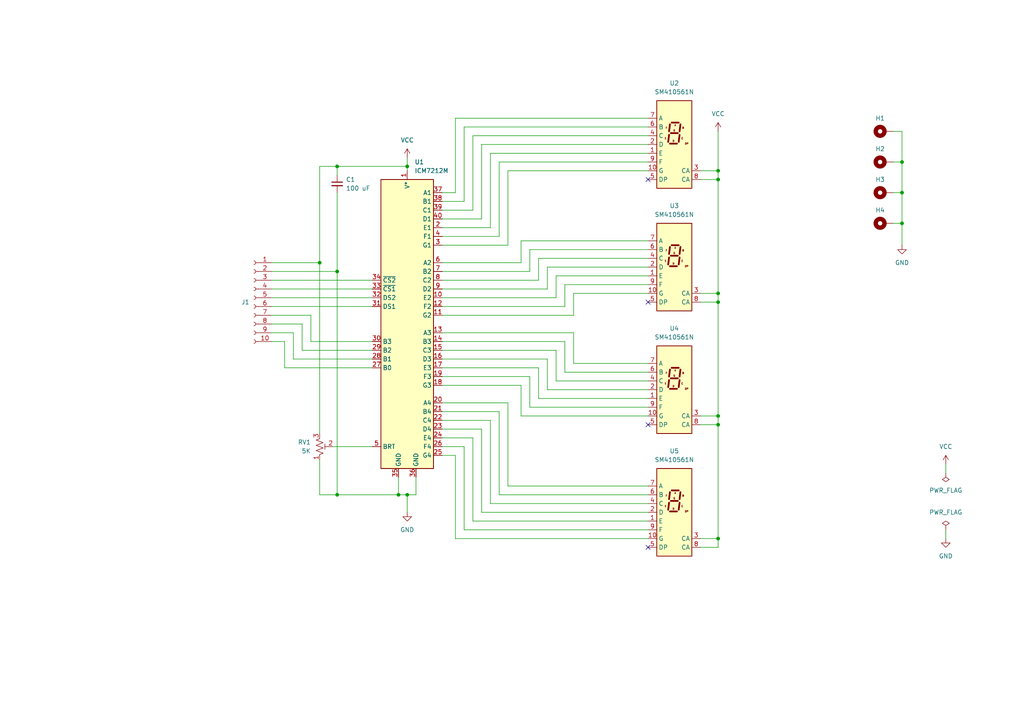
<source format=kicad_sch>
(kicad_sch (version 20250114) (generator "eeschema") (generator_version "9.0")
  (paper "A4")
  (title_block (title "ICM7212M Display Module") (date "2025-06-19") (rev "1"))
  (lib_symbols
    (symbol "Connector:Conn_01x10_Socket" (pin_names (offset 1.016) (hide yes))
      (property "Reference" "J" (at 0 12.7 0))
      (property "Value" "Conn_01x10_Socket" (at 0 -15.24 0))
      (symbol "Conn_01x10_Socket_1_1"
        (polyline (pts (xy -1.27 10.16) (xy -0.508 10.16)) (stroke (width 0.1524)))
        (polyline (pts (xy -1.27 7.62) (xy -0.508 7.62)) (stroke (width 0.1524)))
        (polyline (pts (xy -1.27 5.08) (xy -0.508 5.08)) (stroke (width 0.1524)))
        (polyline (pts (xy -1.27 2.54) (xy -0.508 2.54)) (stroke (width 0.1524)))
        (polyline (pts (xy -1.27 0) (xy -0.508 0)) (stroke (width 0.1524)))
        (polyline (pts (xy -1.27 -2.54) (xy -0.508 -2.54)) (stroke (width 0.1524)))
        (polyline (pts (xy -1.27 -5.08) (xy -0.508 -5.08)) (stroke (width 0.1524)))
        (polyline (pts (xy -1.27 -7.62) (xy -0.508 -7.62)) (stroke (width 0.1524)))
        (polyline (pts (xy -1.27 -10.16) (xy -0.508 -10.16)) (stroke (width 0.1524)))
        (polyline (pts (xy -1.27 -12.7) (xy -0.508 -12.7)) (stroke (width 0.1524)))
        (arc (start 0 9.652) (mid -0.5058 10.16) (end 0 10.668) (stroke (width 0.1524)))
        (arc (start 0 7.112) (mid -0.5058 7.62) (end 0 8.128) (stroke (width 0.1524)))
        (arc (start 0 4.572) (mid -0.5058 5.08) (end 0 5.588) (stroke (width 0.1524)))
        (arc (start 0 2.032) (mid -0.5058 2.54) (end 0 3.048) (stroke (width 0.1524)))
        (arc (start 0 -0.508) (mid -0.5058 0) (end 0 0.508) (stroke (width 0.1524)))
        (arc (start 0 -3.048) (mid -0.5058 -2.54) (end 0 -2.032) (stroke (width 0.1524)))
        (arc (start 0 -5.588) (mid -0.5058 -5.08) (end 0 -4.572) (stroke (width 0.1524)))
        (arc (start 0 -8.128) (mid -0.5058 -7.62) (end 0 -7.112) (stroke (width 0.1524)))
        (arc (start 0 -10.668) (mid -0.5058 -10.16) (end 0 -9.652) (stroke (width 0.1524)))
        (arc (start 0 -13.208) (mid -0.5058 -12.7) (end 0 -12.192) (stroke (width 0.1524)))
        (pin passive line (at -5.08 10.16 0) (length 3.81) (name "Pin_1") (number "1"))
        (pin passive line (at -5.08 7.62 0) (length 3.81) (name "Pin_2") (number "2"))
        (pin passive line (at -5.08 5.08 0) (length 3.81) (name "Pin_3") (number "3"))
        (pin passive line (at -5.08 2.54 0) (length 3.81) (name "Pin_4") (number "4"))
        (pin passive line (at -5.08 0 0) (length 3.81) (name "Pin_5") (number "5"))
        (pin passive line (at -5.08 -2.54 0) (length 3.81) (name "Pin_6") (number "6"))
        (pin passive line (at -5.08 -5.08 0) (length 3.81) (name "Pin_7") (number "7"))
        (pin passive line (at -5.08 -7.62 0) (length 3.81) (name "Pin_8") (number "8"))
        (pin passive line (at -5.08 -10.16 0) (length 3.81) (name "Pin_9") (number "9"))
        (pin passive line (at -5.08 -12.7 0) (length 3.81) (name "Pin_10") (number "10"))
      )
    )
    (symbol "Device:C_Small" (pin_numbers (hide yes)) (pin_names (offset 0.254) (hide yes))
      (property "Reference" "C" (at 0.254 1.778 0))
      (property "Value" "C_Small" (at 0.254 -2.032 0))
      (symbol "C_Small_0_1"
        (polyline (pts (xy -1.524 0.508) (xy 1.524 0.508)) (stroke (width 0.3048)))
        (polyline (pts (xy -1.524 -0.508) (xy 1.524 -0.508)) (stroke (width 0.3302)))
      )
      (symbol "C_Small_1_1"
        (pin passive line (at 0 2.54 270) (length 2.032) (name "~") (number "1"))
        (pin passive line (at 0 -2.54 90) (length 2.032) (name "~") (number "2"))
      )
    )
    (symbol "Device:R_Potentiometer_Trim_US" (pin_names (offset 1.016) (hide yes))
      (property "Reference" "RV" (at -4.445 0 90))
      (property "Value" "R_Potentiometer_Trim_US" (at -2.54 0 90))
      (symbol "R_Potentiometer_Trim_US_0_1"
        (polyline (pts (xy 0 2.286) (xy 0 2.54)))
        (polyline (pts (xy 0 2.286) (xy 1.016 1.905) (xy 0 1.524) (xy -1.016 1.143) (xy 0 0.762)))
        (polyline (pts (xy 0 0.762) (xy 1.016 0.381) (xy 0 0) (xy -1.016 -0.381) (xy 0 -0.762)))
        (polyline (pts (xy 0 -0.762) (xy 1.016 -1.143) (xy 0 -1.524) (xy -1.016 -1.905) (xy 0 -2.286)))
        (polyline (pts (xy 0 -2.286) (xy 0 -2.54)))
        (polyline (pts (xy 1.524 0.762) (xy 1.524 -0.762)))
        (polyline (pts (xy 2.54 0) (xy 1.524 0)))
      )
      (symbol "R_Potentiometer_Trim_US_1_1"
        (pin passive line (at 0 3.81 270) (length 1.27) (name "1") (number "1"))
        (pin passive line (at 0 -3.81 90) (length 1.27) (name "3") (number "3"))
        (pin passive line (at 3.81 0 180) (length 1.27) (name "2") (number "2"))
      )
    )
    (symbol "Mechanical:MountingHole_Pad" (pin_numbers (hide yes)) (pin_names (offset 1.016) (hide yes)) (in_bom no)
      (property "Reference" "H" (at 0 6.35 0))
      (property "Value" "MountingHole_Pad" (at 0 4.445 0))
      (symbol "MountingHole_Pad_0_1"
        (circle (center 0 1.27) (radius 1.27) (stroke (width 1.27)))
      )
      (symbol "MountingHole_Pad_1_1"
        (pin input line (at 0 -2.54 90) (length 2.54) (name "1") (number "1"))
      )
    )
    (symbol "icm7212m-display:ICM7212M"
      (property "Reference" "U" (at 2.032 48.26 0))
      (property "Value" "ICM7212M" (at 2.032 45.72 0))
      (symbol "ICM7212M_0_1"
        (rectangle (start -7.62 41.91) (end 7.62 -41.91) (stroke (width 0.254)) (fill (type background)))
      )
      (symbol "ICM7212M_1_0"
        (pin input line (at -10.16 12.7 0) (length 2.54) (name "~{CS2}") (number "34"))
        (pin input line (at -10.16 10.16 0) (length 2.54) (name "~{CS1}") (number "33"))
        (pin input line (at -10.16 7.62 0) (length 2.54) (name "DS2") (number "32"))
        (pin input line (at -10.16 5.08 0) (length 2.54) (name "DS1") (number "31"))
        (pin input line (at -10.16 -5.08 0) (length 2.54) (name "B3") (number "30"))
        (pin input line (at -10.16 -7.62 0) (length 2.54) (name "B2") (number "29"))
        (pin input line (at -10.16 -10.16 0) (length 2.54) (name "B1") (number "28"))
        (pin input line (at -10.16 -12.7 0) (length 2.54) (name "B0") (number "27"))
        (pin input line (at -10.16 -35.56 0) (length 2.54) (name "BRT") (number "5"))
        (pin power_in line (at -2.54 -44.45 90) (length 2.54) (name "GND") (number "35"))
        (pin output line (at 10.16 38.1 180) (length 2.54) (name "A1") (number "37"))
        (pin output line (at 10.16 35.56 180) (length 2.54) (name "B1") (number "38"))
        (pin output line (at 10.16 33.02 180) (length 2.54) (name "C1") (number "39"))
        (pin output line (at 10.16 30.48 180) (length 2.54) (name "D1") (number "40"))
        (pin output line (at 10.16 27.94 180) (length 2.54) (name "E1") (number "2"))
        (pin output line (at 10.16 25.4 180) (length 2.54) (name "F1") (number "4"))
        (pin output line (at 10.16 22.86 180) (length 2.54) (name "G1") (number "3"))
        (pin output line (at 10.16 17.78 180) (length 2.54) (name "A2") (number "6"))
        (pin output line (at 10.16 15.24 180) (length 2.54) (name "B2") (number "7"))
        (pin output line (at 10.16 12.7 180) (length 2.54) (name "C2") (number "8"))
        (pin output line (at 10.16 10.16 180) (length 2.54) (name "D2") (number "9"))
        (pin output line (at 10.16 7.62 180) (length 2.54) (name "E2") (number "10"))
        (pin output line (at 10.16 5.08 180) (length 2.54) (name "F2") (number "12"))
        (pin output line (at 10.16 2.54 180) (length 2.54) (name "G2") (number "11"))
        (pin output line (at 10.16 -2.54 180) (length 2.54) (name "A3") (number "13"))
        (pin output line (at 10.16 -5.08 180) (length 2.54) (name "B3") (number "14"))
        (pin output line (at 10.16 -7.62 180) (length 2.54) (name "C3") (number "15"))
        (pin output line (at 10.16 -10.16 180) (length 2.54) (name "D3") (number "16"))
        (pin output line (at 10.16 -12.7 180) (length 2.54) (name "E3") (number "17"))
        (pin output line (at 10.16 -15.24 180) (length 2.54) (name "F3") (number "19"))
        (pin output line (at 10.16 -17.78 180) (length 2.54) (name "G3") (number "18"))
        (pin output line (at 10.16 -22.86 180) (length 2.54) (name "A4") (number "20"))
        (pin output line (at 10.16 -25.4 180) (length 2.54) (name "B4") (number "21"))
        (pin output line (at 10.16 -27.94 180) (length 2.54) (name "C4") (number "22"))
        (pin output line (at 10.16 -30.48 180) (length 2.54) (name "D4") (number "23"))
        (pin output line (at 10.16 -33.02 180) (length 2.54) (name "E4") (number "24"))
        (pin output line (at 10.16 -35.56 180) (length 2.54) (name "F4") (number "26"))
        (pin output line (at 10.16 -38.1 180) (length 2.54) (name "G4") (number "25"))
      )
      (symbol "ICM7212M_1_1"
        (pin power_in line (at 0 44.45 270) (length 2.54) (name "V*") (number "1"))
        (pin power_in line (at 2.54 -44.45 90) (length 2.54) (name "GND") (number "36"))
      )
    )
    (symbol "icm7212m-display:SM410561N"
      (property "Reference" "U" (at -2.54 13.97 0))
      (property "Value" "SM410561N" (at 1.27 13.97 0))
      (symbol "SM410561N_0_0"
        (text "E" (at -2.54 1.778 0) (effects (font (size 0.508 0.508))))
        (text "F" (at -2.286 4.826 0) (effects (font (size 0.508 0.508))))
        (text "D" (at -0.254 1.016 0) (effects (font (size 0.508 0.508))))
        (text "G" (at 0 4.064 0) (effects (font (size 0.508 0.508))))
        (text "A" (at 0.254 5.588 0) (effects (font (size 0.508 0.508))))
        (text "C" (at 2.286 1.778 0) (effects (font (size 0.508 0.508))))
        (text "B" (at 2.54 4.826 0) (effects (font (size 0.508 0.508))))
        (text "DP" (at 3.556 0.254 0) (effects (font (size 0.508 0.508))))
      )
      (symbol "SM410561N_0_1"
        (rectangle (start -5.08 12.7) (end 5.08 -12.7) (stroke (width 0.254)) (fill (type background)))
        (polyline (pts (xy -1.524 2.794) (xy -1.778 0.762)) (stroke (width 0.508)))
        (polyline (pts (xy -1.27 5.842) (xy -1.524 3.81)) (stroke (width 0.508)))
        (polyline (pts (xy -1.27 0.254) (xy 0.762 0.254)) (stroke (width 0.508)))
        (polyline (pts (xy -1.016 3.302) (xy 1.016 3.302)) (stroke (width 0.508)))
        (polyline (pts (xy -0.762 6.35) (xy 1.27 6.35)) (stroke (width 0.508)))
        (polyline (pts (xy 1.524 2.794) (xy 1.27 0.762)) (stroke (width 0.508)))
        (polyline (pts (xy 1.778 5.842) (xy 1.524 3.81)) (stroke (width 0.508)))
        (polyline (pts (xy 2.54 0.254) (xy 2.54 0.254)) (stroke (width 0.508)))
      )
      (symbol "SM410561N_1_1"
        (pin input line (at -7.62 7.62 0) (length 2.54) (name "A") (number "7"))
        (pin input line (at -7.62 5.08 0) (length 2.54) (name "B") (number "6"))
        (pin input line (at -7.62 2.54 0) (length 2.54) (name "C") (number "4"))
        (pin input line (at -7.62 0 0) (length 2.54) (name "D") (number "2"))
        (pin input line (at -7.62 -2.54 0) (length 2.54) (name "E") (number "1"))
        (pin input line (at -7.62 -5.08 0) (length 2.54) (name "F") (number "9"))
        (pin input line (at -7.62 -7.62 0) (length 2.54) (name "G") (number "10"))
        (pin input line (at -7.62 -10.16 0) (length 2.54) (name "DP") (number "5"))
        (pin input line (at 7.62 -7.62 180) (length 2.54) (name "CA") (number "3"))
        (pin input line (at 7.62 -10.16 180) (length 2.54) (name "CA") (number "8"))
      )
    )
    (symbol "power:GND" (power) (pin_numbers (hide yes)) (pin_names (offset 0) (hide yes))
      (property "Value" "GND" (at 0 -3.81 0))
      (symbol "GND_0_1"
        (polyline (pts (xy 0 0) (xy 0 -1.27) (xy 1.27 -1.27) (xy 0 -2.54) (xy -1.27 -1.27) (xy 0 -1.27)))
      )
      (symbol "GND_1_1"
        (pin power_in line (at 0 0 270) (length 0) (name "~") (number "1"))
      )
    )
    (symbol "power:PWR_FLAG" (power) (pin_numbers (hide yes)) (pin_names (offset 0) (hide yes))
      (property "Value" "PWR_FLAG" (at 0 3.81 0))
      (symbol "PWR_FLAG_0_0"
        (pin power_out line (at 0 0 90) (length 0) (name "~") (number "1"))
      )
      (symbol "PWR_FLAG_0_1"
        (polyline (pts (xy 0 0) (xy 0 1.27) (xy -1.016 1.905) (xy 0 2.54) (xy 1.016 1.905) (xy 0 1.27)))
      )
    )
    (symbol "power:VCC" (power) (pin_numbers (hide yes)) (pin_names (offset 0) (hide yes))
      (property "Value" "VCC" (at 0 3.556 0))
      (symbol "VCC_0_1"
        (polyline (pts (xy -0.762 1.27) (xy 0 2.54)))
        (polyline (pts (xy 0 2.54) (xy 0.762 1.27)))
        (polyline (pts (xy 0 0) (xy 0 2.54)))
      )
      (symbol "VCC_1_1"
        (pin power_in line (at 0 0 90) (length 0) (name "~") (number "1"))
      )
    )
  )
  (junction (at 208.28 120.65))
  (junction (at 208.28 123.19))
  (junction (at 115.57 143.51))
  (junction (at 118.11 143.51))
  (junction (at 208.28 85.09))
  (junction (at 261.62 46.99))
  (junction (at 208.28 87.63))
  (junction (at 97.79 78.74))
  (junction (at 208.28 52.07))
  (junction (at 261.62 55.88))
  (junction (at 92.71 76.2))
  (junction (at 261.62 64.77))
  (junction (at 208.28 49.53))
  (junction (at 208.28 156.21))
  (junction (at 118.11 48.26))
  (junction (at 97.79 48.26))
  (junction (at 97.79 143.51))
  (no_connect (at 187.96 123.19))
  (no_connect (at 187.96 158.75))
  (no_connect (at 187.96 87.63))
  (no_connect (at 187.96 52.07))
  (wire (pts (xy 128.27 96.52) (xy 166.37 96.52)))
  (wire (pts (xy 208.28 38.1) (xy 208.28 49.53)))
  (wire (pts (xy 163.83 107.95) (xy 163.83 99.06)))
  (wire (pts (xy 151.13 111.76) (xy 151.13 120.65)))
  (wire (pts (xy 261.62 55.88) (xy 261.62 64.77)))
  (wire (pts (xy 203.2 158.75) (xy 208.28 158.75)))
  (wire (pts (xy 128.27 60.96) (xy 137.16 60.96)))
  (wire (pts (xy 163.83 88.9) (xy 128.27 88.9)))
  (wire (pts (xy 128.27 104.14) (xy 158.75 104.14)))
  (wire (pts (xy 166.37 96.52) (xy 166.37 105.41)))
  (wire (pts (xy 96.52 129.54) (xy 107.95 129.54)))
  (wire (pts (xy 187.96 153.67) (xy 134.62 153.67)))
  (wire (pts (xy 128.27 86.36) (xy 161.29 86.36)))
  (wire (pts (xy 87.63 101.6) (xy 107.95 101.6)))
  (wire (pts (xy 97.79 55.88) (xy 97.79 78.74)))
  (wire (pts (xy 128.27 127) (xy 137.16 127)))
  (wire (pts (xy 142.24 66.04) (xy 142.24 44.45)))
  (wire (pts (xy 166.37 105.41) (xy 187.96 105.41)))
  (wire (pts (xy 153.67 72.39) (xy 153.67 78.74)))
  (wire (pts (xy 78.74 76.2) (xy 92.71 76.2)))
  (wire (pts (xy 78.74 99.06) (xy 82.55 99.06)))
  (wire (pts (xy 78.74 96.52) (xy 85.09 96.52)))
  (wire (pts (xy 85.09 104.14) (xy 107.95 104.14)))
  (wire (pts (xy 78.74 88.9) (xy 107.95 88.9)))
  (wire (pts (xy 82.55 99.06) (xy 82.55 106.68)))
  (wire (pts (xy 166.37 91.44) (xy 166.37 85.09)))
  (wire (pts (xy 78.74 83.82) (xy 107.95 83.82)))
  (wire (pts (xy 92.71 133.35) (xy 92.71 143.51)))
  (wire (pts (xy 203.2 87.63) (xy 208.28 87.63)))
  (wire (pts (xy 128.27 111.76) (xy 151.13 111.76)))
  (wire (pts (xy 78.74 81.28) (xy 107.95 81.28)))
  (wire (pts (xy 208.28 123.19) (xy 208.28 156.21)))
  (wire (pts (xy 203.2 156.21) (xy 208.28 156.21)))
  (wire (pts (xy 147.32 140.97) (xy 187.96 140.97)))
  (wire (pts (xy 187.96 107.95) (xy 163.83 107.95)))
  (wire (pts (xy 134.62 153.67) (xy 134.62 129.54)))
  (wire (pts (xy 156.21 106.68) (xy 156.21 115.57)))
  (wire (pts (xy 78.74 91.44) (xy 90.17 91.44)))
  (wire (pts (xy 92.71 143.51) (xy 97.79 143.51)))
  (wire (pts (xy 139.7 148.59) (xy 139.7 124.46)))
  (wire (pts (xy 147.32 71.12) (xy 147.32 49.53)))
  (wire (pts (xy 259.08 46.99) (xy 261.62 46.99)))
  (wire (pts (xy 144.78 68.58) (xy 144.78 46.99)))
  (wire (pts (xy 187.96 41.91) (xy 139.7 41.91)))
  (wire (pts (xy 187.96 36.83) (xy 134.62 36.83)))
  (wire (pts (xy 163.83 82.55) (xy 163.83 88.9)))
  (wire (pts (xy 115.57 143.51) (xy 118.11 143.51)))
  (wire (pts (xy 132.08 34.29) (xy 187.96 34.29)))
  (wire (pts (xy 208.28 52.07) (xy 208.28 85.09)))
  (wire (pts (xy 128.27 132.08) (xy 132.08 132.08)))
  (wire (pts (xy 208.28 87.63) (xy 208.28 120.65)))
  (wire (pts (xy 115.57 138.43) (xy 115.57 143.51)))
  (wire (pts (xy 142.24 146.05) (xy 187.96 146.05)))
  (wire (pts (xy 78.74 93.98) (xy 87.63 93.98)))
  (wire (pts (xy 208.28 120.65) (xy 208.28 123.19)))
  (wire (pts (xy 128.27 99.06) (xy 163.83 99.06)))
  (wire (pts (xy 128.27 124.46) (xy 139.7 124.46)))
  (wire (pts (xy 137.16 151.13) (xy 187.96 151.13)))
  (wire (pts (xy 90.17 91.44) (xy 90.17 99.06)))
  (wire (pts (xy 259.08 38.1) (xy 261.62 38.1)))
  (wire (pts (xy 128.27 101.6) (xy 161.29 101.6)))
  (wire (pts (xy 137.16 39.37) (xy 187.96 39.37)))
  (wire (pts (xy 92.71 48.26) (xy 97.79 48.26)))
  (wire (pts (xy 97.79 50.8) (xy 97.79 48.26)))
  (wire (pts (xy 139.7 41.91) (xy 139.7 63.5)))
  (wire (pts (xy 90.17 99.06) (xy 107.95 99.06)))
  (wire (pts (xy 161.29 101.6) (xy 161.29 110.49)))
  (wire (pts (xy 261.62 46.99) (xy 261.62 55.88)))
  (wire (pts (xy 187.96 72.39) (xy 153.67 72.39)))
  (wire (pts (xy 259.08 55.88) (xy 261.62 55.88)))
  (wire (pts (xy 92.71 76.2) (xy 92.71 48.26)))
  (wire (pts (xy 120.65 138.43) (xy 120.65 143.51)))
  (wire (pts (xy 132.08 55.88) (xy 132.08 34.29)))
  (wire (pts (xy 132.08 132.08) (xy 132.08 156.21)))
  (wire (pts (xy 97.79 48.26) (xy 118.11 48.26)))
  (wire (pts (xy 161.29 110.49) (xy 187.96 110.49)))
  (wire (pts (xy 132.08 156.21) (xy 187.96 156.21)))
  (wire (pts (xy 203.2 120.65) (xy 208.28 120.65)))
  (wire (pts (xy 97.79 78.74) (xy 97.79 143.51)))
  (wire (pts (xy 128.27 81.28) (xy 156.21 81.28)))
  (wire (pts (xy 158.75 77.47) (xy 158.75 83.82)))
  (wire (pts (xy 82.55 106.68) (xy 107.95 106.68)))
  (wire (pts (xy 151.13 76.2) (xy 151.13 69.85)))
  (wire (pts (xy 97.79 143.51) (xy 115.57 143.51)))
  (wire (pts (xy 128.27 76.2) (xy 151.13 76.2)))
  (wire (pts (xy 187.96 118.11) (xy 153.67 118.11)))
  (wire (pts (xy 120.65 143.51) (xy 118.11 143.51)))
  (wire (pts (xy 144.78 143.51) (xy 144.78 119.38)))
  (wire (pts (xy 153.67 118.11) (xy 153.67 109.22)))
  (wire (pts (xy 128.27 91.44) (xy 166.37 91.44)))
  (wire (pts (xy 156.21 115.57) (xy 187.96 115.57)))
  (wire (pts (xy 153.67 78.74) (xy 128.27 78.74)))
  (wire (pts (xy 187.96 82.55) (xy 163.83 82.55)))
  (wire (pts (xy 134.62 36.83) (xy 134.62 58.42)))
  (wire (pts (xy 158.75 113.03) (xy 187.96 113.03)))
  (wire (pts (xy 128.27 121.92) (xy 142.24 121.92)))
  (wire (pts (xy 151.13 120.65) (xy 187.96 120.65)))
  (wire (pts (xy 128.27 109.22) (xy 153.67 109.22)))
  (wire (pts (xy 151.13 69.85) (xy 187.96 69.85)))
  (wire (pts (xy 274.32 153.67) (xy 274.32 156.21)))
  (wire (pts (xy 259.08 64.77) (xy 261.62 64.77)))
  (wire (pts (xy 128.27 83.82) (xy 158.75 83.82)))
  (wire (pts (xy 85.09 96.52) (xy 85.09 104.14)))
  (wire (pts (xy 203.2 49.53) (xy 208.28 49.53)))
  (wire (pts (xy 87.63 93.98) (xy 87.63 101.6)))
  (wire (pts (xy 137.16 127) (xy 137.16 151.13)))
  (wire (pts (xy 128.27 129.54) (xy 134.62 129.54)))
  (wire (pts (xy 128.27 68.58) (xy 144.78 68.58)))
  (wire (pts (xy 203.2 85.09) (xy 208.28 85.09)))
  (wire (pts (xy 158.75 113.03) (xy 158.75 104.14)))
  (wire (pts (xy 128.27 66.04) (xy 142.24 66.04)))
  (wire (pts (xy 208.28 156.21) (xy 208.28 158.75)))
  (wire (pts (xy 139.7 63.5) (xy 128.27 63.5)))
  (wire (pts (xy 134.62 58.42) (xy 128.27 58.42)))
  (wire (pts (xy 187.96 77.47) (xy 158.75 77.47)))
  (wire (pts (xy 147.32 49.53) (xy 187.96 49.53)))
  (wire (pts (xy 208.28 49.53) (xy 208.28 52.07)))
  (wire (pts (xy 78.74 78.74) (xy 97.79 78.74)))
  (wire (pts (xy 142.24 44.45) (xy 187.96 44.45)))
  (wire (pts (xy 137.16 60.96) (xy 137.16 39.37)))
  (wire (pts (xy 118.11 48.26) (xy 118.11 49.53)))
  (wire (pts (xy 78.74 86.36) (xy 107.95 86.36)))
  (wire (pts (xy 274.32 134.62) (xy 274.32 137.16)))
  (wire (pts (xy 161.29 80.01) (xy 187.96 80.01)))
  (wire (pts (xy 144.78 46.99) (xy 187.96 46.99)))
  (wire (pts (xy 128.27 116.84) (xy 147.32 116.84)))
  (wire (pts (xy 187.96 148.59) (xy 139.7 148.59)))
  (wire (pts (xy 187.96 143.51) (xy 144.78 143.51)))
  (wire (pts (xy 166.37 85.09) (xy 187.96 85.09)))
  (wire (pts (xy 92.71 125.73) (xy 92.71 76.2)))
  (wire (pts (xy 261.62 38.1) (xy 261.62 46.99)))
  (wire (pts (xy 156.21 81.28) (xy 156.21 74.93)))
  (wire (pts (xy 261.62 64.77) (xy 261.62 71.12)))
  (wire (pts (xy 161.29 86.36) (xy 161.29 80.01)))
  (wire (pts (xy 118.11 45.72) (xy 118.11 48.26)))
  (wire (pts (xy 118.11 143.51) (xy 118.11 148.59)))
  (wire (pts (xy 203.2 123.19) (xy 208.28 123.19)))
  (wire (pts (xy 147.32 116.84) (xy 147.32 140.97)))
  (wire (pts (xy 142.24 121.92) (xy 142.24 146.05)))
  (wire (pts (xy 128.27 119.38) (xy 144.78 119.38)))
  (wire (pts (xy 208.28 85.09) (xy 208.28 87.63)))
  (wire (pts (xy 128.27 71.12) (xy 147.32 71.12)))
  (wire (pts (xy 128.27 106.68) (xy 156.21 106.68)))
  (wire (pts (xy 203.2 52.07) (xy 208.28 52.07)))
  (wire (pts (xy 128.27 55.88) (xy 132.08 55.88)))
  (wire (pts (xy 156.21 74.93) (xy 187.96 74.93)))
  (symbol (lib_id "power:GND") (at 261.62 71.12 0) (unit 1)
    (property "Reference" "#PWR06" (effects (hide yes)))
    (property "Value" "GND" (at 261.62 76.2 0))
    (property "Description" "Power symbol creates a global label with name \"GND\" , ground" (effects (hide yes)))
  )
  (symbol (lib_id "Mechanical:MountingHole_Pad") (at 256.54 64.77 90) (unit 1) (in_bom no)
    (property "Reference" "H4" (at 255.27 60.96 90))
    (property "Value" "MountingHole_Pad" (effects (hide yes)))
    (property "Footprint" "MountingHole:MountingHole_2.2mm_M2_DIN965_Pad" (effects (hide yes)))
    (property "Description" "Mounting Hole with connection" (effects (hide yes)))
  )
  (symbol (lib_id "power:VCC") (at 274.32 134.62 0) (unit 1)
    (property "Reference" "#PWR04" (effects (hide yes)))
    (property "Value" "VCC" (at 274.32 129.54 0))
    (property "Description" "Power symbol creates a global label with name \"VCC\"" (effects (hide yes)))
  )
  (symbol (lib_id "icm7212m-display:ICM7212M") (at 118.11 93.98 0) (unit 1)
    (property "Reference" "U1" (at 120.2533 46.99 0) (effects (justify left)))
    (property "Value" "ICM7212M" (at 120.2533 49.53 0) (effects (justify left)))
    (property "Footprint" "Package_DIP:DIP-40_W15.24mm_Socket" (effects (hide yes)))
    (property "Description" "4-digit 7-segment LED display driver" (effects (hide yes)))
  )
  (symbol (lib_id "power:VCC") (at 208.28 38.1 0) (unit 1)
    (property "Reference" "#PWR01" (effects (hide yes)))
    (property "Value" "VCC" (at 208.28 33.02 0))
    (property "Description" "Power symbol creates a global label with name \"VCC\"" (effects (hide yes)))
  )
  (symbol (lib_id "Mechanical:MountingHole_Pad") (at 256.54 55.88 90) (unit 1) (in_bom no)
    (property "Reference" "H3" (at 255.27 52.07 90))
    (property "Value" "MountingHole_Pad" (effects (hide yes)))
    (property "Footprint" "MountingHole:MountingHole_2.2mm_M2_DIN965_Pad" (effects (hide yes)))
    (property "Description" "Mounting Hole with connection" (effects (hide yes)))
  )
  (symbol (lib_id "Device:C_Small") (at 97.79 53.34 0) (unit 1)
    (property "Reference" "C1" (at 100.33 52.0762 0) (effects (justify left)))
    (property "Value" "100 uF" (at 100.33 54.6162 0) (effects (justify left)))
    (property "Footprint" "Capacitor_THT:C_Disc_D3.0mm_W2.0mm_P2.50mm" (effects (hide yes)))
    (property "Description" "Unpolarized capacitor, small symbol" (effects (hide yes)))
  )
  (symbol (lib_id "Mechanical:MountingHole_Pad") (at 256.54 46.99 90) (unit 1) (in_bom no)
    (property "Reference" "H2" (at 255.27 43.18 90))
    (property "Value" "MountingHole_Pad" (effects (hide yes)))
    (property "Footprint" "MountingHole:MountingHole_2.2mm_M2_DIN965_Pad" (effects (hide yes)))
    (property "Description" "Mounting Hole with connection" (effects (hide yes)))
  )
  (symbol (lib_id "icm7212m-display:SM410561N") (at 195.58 113.03 0) (unit 1)
    (property "Reference" "U4" (at 195.58 95.25 0))
    (property "Value" "SM410561N" (at 195.58 97.79 0))
    (property "Footprint" "Display_7Segment:D1X8K" (effects (hide yes)))
    (property "Description" "One digit 7 segment red LED, common anode" (effects (hide yes)))
  )
  (symbol (lib_id "Device:R_Potentiometer_Trim_US") (at 92.71 129.54 0) (mirror x) (unit 1)
    (property "Reference" "RV1" (at 90.17 128.2699 0) (effects (justify right)))
    (property "Value" "5K" (at 90.17 130.8099 0) (effects (justify right)))
    (property "Footprint" "icm7212m-display:Bochen-3296-Trim-Pot" (effects (hide yes)))
    (property "Description" "Trim-potentiometer, US symbol" (effects (hide yes)))
  )
  (symbol (lib_id "power:GND") (at 274.32 156.21 0) (unit 1)
    (property "Reference" "#PWR05" (effects (hide yes)))
    (property "Value" "GND" (at 274.32 161.29 0))
    (property "Description" "Power symbol creates a global label with name \"GND\" , ground" (effects (hide yes)))
  )
  (symbol (lib_id "power:VCC") (at 118.11 45.72 0) (unit 1)
    (property "Reference" "#PWR03" (effects (hide yes)))
    (property "Value" "VCC" (at 118.11 40.64 0))
    (property "Description" "Power symbol creates a global label with name \"VCC\"" (effects (hide yes)))
  )
  (symbol (lib_id "icm7212m-display:SM410561N") (at 195.58 148.59 0) (unit 1)
    (property "Reference" "U5" (at 195.58 130.81 0))
    (property "Value" "SM410561N" (at 195.58 133.35 0))
    (property "Footprint" "Display_7Segment:D1X8K" (effects (hide yes)))
    (property "Description" "One digit 7 segment red LED, common anode" (effects (hide yes)))
  )
  (symbol (lib_id "power:GND") (at 118.11 148.59 0) (unit 1)
    (property "Reference" "#PWR02" (effects (hide yes)))
    (property "Value" "GND" (at 118.11 153.67 0))
    (property "Description" "Power symbol creates a global label with name \"GND\" , ground" (effects (hide yes)))
  )
  (symbol (lib_id "power:PWR_FLAG") (at 274.32 137.16 180) (unit 1)
    (property "Reference" "#FLG02" (effects (hide yes)))
    (property "Value" "PWR_FLAG" (at 274.32 142.24 0))
    (property "Description" "Special symbol for telling ERC where power comes from" (effects (hide yes)))
  )
  (symbol (lib_id "Connector:Conn_01x10_Socket") (at 73.66 86.36 0) (mirror y) (unit 1)
    (property "Reference" "J1" (at 72.39 87.6299 0) (effects (justify left)))
    (property "Value" "Conn_01x10_Socket" (effects (hide yes)))
    (property "Footprint" "Connector_PinSocket_2.54mm:PinSocket_1x10_P2.54mm_Vertical" (effects (hide yes)))
    (property "Description" "Generic connector, single row, 01x10, script generated" (effects (hide yes)))
  )
  (symbol (lib_id "icm7212m-display:SM410561N") (at 195.58 77.47 0) (unit 1)
    (property "Reference" "U3" (at 195.58 59.69 0))
    (property "Value" "SM410561N" (at 195.58 62.23 0))
    (property "Footprint" "Display_7Segment:D1X8K" (effects (hide yes)))
    (property "Description" "One digit 7 segment red LED, common anode" (effects (hide yes)))
  )
  (symbol (lib_id "icm7212m-display:SM410561N") (at 195.58 41.91 0) (unit 1)
    (property "Reference" "U2" (at 195.58 24.13 0))
    (property "Value" "SM410561N" (at 195.58 26.67 0))
    (property "Footprint" "Display_7Segment:D1X8K" (effects (hide yes)))
    (property "Description" "One digit 7 segment red LED, common anode" (effects (hide yes)))
  )
  (symbol (lib_id "Mechanical:MountingHole_Pad") (at 256.54 38.1 90) (unit 1) (in_bom no)
    (property "Reference" "H1" (at 255.27 34.29 90))
    (property "Value" "MountingHole_Pad" (effects (hide yes)))
    (property "Footprint" "MountingHole:MountingHole_2.2mm_M2_DIN965_Pad" (effects (hide yes)))
    (property "Description" "Mounting Hole with connection" (effects (hide yes)))
  )
  (symbol (lib_id "power:PWR_FLAG") (at 274.32 153.67 0) (unit 1)
    (property "Reference" "#FLG01" (effects (hide yes)))
    (property "Value" "PWR_FLAG" (at 274.32 148.59 0))
    (property "Description" "Special symbol for telling ERC where power comes from" (effects (hide yes)))
  )
)
</source>
